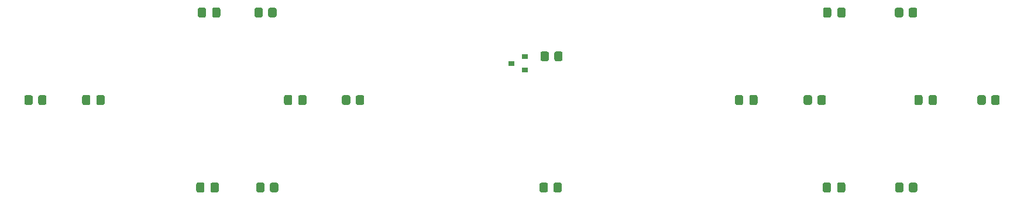
<source format=gbr>
%TF.GenerationSoftware,KiCad,Pcbnew,(5.1.8)-1*%
%TF.CreationDate,2020-11-24T01:58:45+03:00*%
%TF.ProjectId,mesp240_gamepadshield,6d657370-3234-4305-9f67-616d65706164,rev?*%
%TF.SameCoordinates,Original*%
%TF.FileFunction,Paste,Bot*%
%TF.FilePolarity,Positive*%
%FSLAX46Y46*%
G04 Gerber Fmt 4.6, Leading zero omitted, Abs format (unit mm)*
G04 Created by KiCad (PCBNEW (5.1.8)-1) date 2020-11-24 01:58:45*
%MOMM*%
%LPD*%
G01*
G04 APERTURE LIST*
%ADD10R,0.900000X0.800000*%
G04 APERTURE END LIST*
%TO.C,R10*%
G36*
G01*
X147085000Y-117290001D02*
X147085000Y-116389999D01*
G75*
G02*
X147334999Y-116140000I249999J0D01*
G01*
X148035001Y-116140000D01*
G75*
G02*
X148285000Y-116389999I0J-249999D01*
G01*
X148285000Y-117290001D01*
G75*
G02*
X148035001Y-117540000I-249999J0D01*
G01*
X147334999Y-117540000D01*
G75*
G02*
X147085000Y-117290001I0J249999D01*
G01*
G37*
G36*
G01*
X145085000Y-117290001D02*
X145085000Y-116389999D01*
G75*
G02*
X145334999Y-116140000I249999J0D01*
G01*
X146035001Y-116140000D01*
G75*
G02*
X146285000Y-116389999I0J-249999D01*
G01*
X146285000Y-117290001D01*
G75*
G02*
X146035001Y-117540000I-249999J0D01*
G01*
X145334999Y-117540000D01*
G75*
G02*
X145085000Y-117290001I0J249999D01*
G01*
G37*
%TD*%
%TO.C,R9*%
G36*
G01*
X147212000Y-98240001D02*
X147212000Y-97339999D01*
G75*
G02*
X147461999Y-97090000I249999J0D01*
G01*
X148162001Y-97090000D01*
G75*
G02*
X148412000Y-97339999I0J-249999D01*
G01*
X148412000Y-98240001D01*
G75*
G02*
X148162001Y-98490000I-249999J0D01*
G01*
X147461999Y-98490000D01*
G75*
G02*
X147212000Y-98240001I0J249999D01*
G01*
G37*
G36*
G01*
X145212000Y-98240001D02*
X145212000Y-97339999D01*
G75*
G02*
X145461999Y-97090000I249999J0D01*
G01*
X146162001Y-97090000D01*
G75*
G02*
X146412000Y-97339999I0J-249999D01*
G01*
X146412000Y-98240001D01*
G75*
G02*
X146162001Y-98490000I-249999J0D01*
G01*
X145461999Y-98490000D01*
G75*
G02*
X145212000Y-98240001I0J249999D01*
G01*
G37*
%TD*%
%TO.C,R8*%
G36*
G01*
X198536000Y-117290001D02*
X198536000Y-116389999D01*
G75*
G02*
X198785999Y-116140000I249999J0D01*
G01*
X199486001Y-116140000D01*
G75*
G02*
X199736000Y-116389999I0J-249999D01*
G01*
X199736000Y-117290001D01*
G75*
G02*
X199486001Y-117540000I-249999J0D01*
G01*
X198785999Y-117540000D01*
G75*
G02*
X198536000Y-117290001I0J249999D01*
G01*
G37*
G36*
G01*
X196536000Y-117290001D02*
X196536000Y-116389999D01*
G75*
G02*
X196785999Y-116140000I249999J0D01*
G01*
X197486001Y-116140000D01*
G75*
G02*
X197736000Y-116389999I0J-249999D01*
G01*
X197736000Y-117290001D01*
G75*
G02*
X197486001Y-117540000I-249999J0D01*
G01*
X196785999Y-117540000D01*
G75*
G02*
X196536000Y-117290001I0J249999D01*
G01*
G37*
%TD*%
%TO.C,R7*%
G36*
G01*
X185296000Y-104590001D02*
X185296000Y-103689999D01*
G75*
G02*
X185545999Y-103440000I249999J0D01*
G01*
X186246001Y-103440000D01*
G75*
G02*
X186496000Y-103689999I0J-249999D01*
G01*
X186496000Y-104590001D01*
G75*
G02*
X186246001Y-104840000I-249999J0D01*
G01*
X185545999Y-104840000D01*
G75*
G02*
X185296000Y-104590001I0J249999D01*
G01*
G37*
G36*
G01*
X183296000Y-104590001D02*
X183296000Y-103689999D01*
G75*
G02*
X183545999Y-103440000I249999J0D01*
G01*
X184246001Y-103440000D01*
G75*
G02*
X184496000Y-103689999I0J-249999D01*
G01*
X184496000Y-104590001D01*
G75*
G02*
X184246001Y-104840000I-249999J0D01*
G01*
X183545999Y-104840000D01*
G75*
G02*
X183296000Y-104590001I0J249999D01*
G01*
G37*
%TD*%
%TO.C,R6*%
G36*
G01*
X210442000Y-104590001D02*
X210442000Y-103689999D01*
G75*
G02*
X210691999Y-103440000I249999J0D01*
G01*
X211392001Y-103440000D01*
G75*
G02*
X211642000Y-103689999I0J-249999D01*
G01*
X211642000Y-104590001D01*
G75*
G02*
X211392001Y-104840000I-249999J0D01*
G01*
X210691999Y-104840000D01*
G75*
G02*
X210442000Y-104590001I0J249999D01*
G01*
G37*
G36*
G01*
X208442000Y-104590001D02*
X208442000Y-103689999D01*
G75*
G02*
X208691999Y-103440000I249999J0D01*
G01*
X209392001Y-103440000D01*
G75*
G02*
X209642000Y-103689999I0J-249999D01*
G01*
X209642000Y-104590001D01*
G75*
G02*
X209392001Y-104840000I-249999J0D01*
G01*
X208691999Y-104840000D01*
G75*
G02*
X208442000Y-104590001I0J249999D01*
G01*
G37*
%TD*%
%TO.C,R5*%
G36*
G01*
X198504000Y-91890001D02*
X198504000Y-90989999D01*
G75*
G02*
X198753999Y-90740000I249999J0D01*
G01*
X199454001Y-90740000D01*
G75*
G02*
X199704000Y-90989999I0J-249999D01*
G01*
X199704000Y-91890001D01*
G75*
G02*
X199454001Y-92140000I-249999J0D01*
G01*
X198753999Y-92140000D01*
G75*
G02*
X198504000Y-91890001I0J249999D01*
G01*
G37*
G36*
G01*
X196504000Y-91890001D02*
X196504000Y-90989999D01*
G75*
G02*
X196753999Y-90740000I249999J0D01*
G01*
X197454001Y-90740000D01*
G75*
G02*
X197704000Y-90989999I0J-249999D01*
G01*
X197704000Y-91890001D01*
G75*
G02*
X197454001Y-92140000I-249999J0D01*
G01*
X196753999Y-92140000D01*
G75*
G02*
X196504000Y-91890001I0J249999D01*
G01*
G37*
%TD*%
%TO.C,R4*%
G36*
G01*
X105826000Y-91890001D02*
X105826000Y-90989999D01*
G75*
G02*
X106075999Y-90740000I249999J0D01*
G01*
X106776001Y-90740000D01*
G75*
G02*
X107026000Y-90989999I0J-249999D01*
G01*
X107026000Y-91890001D01*
G75*
G02*
X106776001Y-92140000I-249999J0D01*
G01*
X106075999Y-92140000D01*
G75*
G02*
X105826000Y-91890001I0J249999D01*
G01*
G37*
G36*
G01*
X103826000Y-91890001D02*
X103826000Y-90989999D01*
G75*
G02*
X104075999Y-90740000I249999J0D01*
G01*
X104776001Y-90740000D01*
G75*
G02*
X105026000Y-90989999I0J-249999D01*
G01*
X105026000Y-91890001D01*
G75*
G02*
X104776001Y-92140000I-249999J0D01*
G01*
X104075999Y-92140000D01*
G75*
G02*
X103826000Y-91890001I0J249999D01*
G01*
G37*
%TD*%
%TO.C,R3*%
G36*
G01*
X71736000Y-103689999D02*
X71736000Y-104590001D01*
G75*
G02*
X71486001Y-104840000I-249999J0D01*
G01*
X70785999Y-104840000D01*
G75*
G02*
X70536000Y-104590001I0J249999D01*
G01*
X70536000Y-103689999D01*
G75*
G02*
X70785999Y-103440000I249999J0D01*
G01*
X71486001Y-103440000D01*
G75*
G02*
X71736000Y-103689999I0J-249999D01*
G01*
G37*
G36*
G01*
X73736000Y-103689999D02*
X73736000Y-104590001D01*
G75*
G02*
X73486001Y-104840000I-249999J0D01*
G01*
X72785999Y-104840000D01*
G75*
G02*
X72536000Y-104590001I0J249999D01*
G01*
X72536000Y-103689999D01*
G75*
G02*
X72785999Y-103440000I249999J0D01*
G01*
X73486001Y-103440000D01*
G75*
G02*
X73736000Y-103689999I0J-249999D01*
G01*
G37*
%TD*%
%TO.C,R2*%
G36*
G01*
X106080000Y-117290001D02*
X106080000Y-116389999D01*
G75*
G02*
X106329999Y-116140000I249999J0D01*
G01*
X107030001Y-116140000D01*
G75*
G02*
X107280000Y-116389999I0J-249999D01*
G01*
X107280000Y-117290001D01*
G75*
G02*
X107030001Y-117540000I-249999J0D01*
G01*
X106329999Y-117540000D01*
G75*
G02*
X106080000Y-117290001I0J249999D01*
G01*
G37*
G36*
G01*
X104080000Y-117290001D02*
X104080000Y-116389999D01*
G75*
G02*
X104329999Y-116140000I249999J0D01*
G01*
X105030001Y-116140000D01*
G75*
G02*
X105280000Y-116389999I0J-249999D01*
G01*
X105280000Y-117290001D01*
G75*
G02*
X105030001Y-117540000I-249999J0D01*
G01*
X104329999Y-117540000D01*
G75*
G02*
X104080000Y-117290001I0J249999D01*
G01*
G37*
%TD*%
%TO.C,R1*%
G36*
G01*
X118494000Y-104590001D02*
X118494000Y-103689999D01*
G75*
G02*
X118743999Y-103440000I249999J0D01*
G01*
X119444001Y-103440000D01*
G75*
G02*
X119694000Y-103689999I0J-249999D01*
G01*
X119694000Y-104590001D01*
G75*
G02*
X119444001Y-104840000I-249999J0D01*
G01*
X118743999Y-104840000D01*
G75*
G02*
X118494000Y-104590001I0J249999D01*
G01*
G37*
G36*
G01*
X116494000Y-104590001D02*
X116494000Y-103689999D01*
G75*
G02*
X116743999Y-103440000I249999J0D01*
G01*
X117444001Y-103440000D01*
G75*
G02*
X117694000Y-103689999I0J-249999D01*
G01*
X117694000Y-104590001D01*
G75*
G02*
X117444001Y-104840000I-249999J0D01*
G01*
X116743999Y-104840000D01*
G75*
G02*
X116494000Y-104590001I0J249999D01*
G01*
G37*
%TD*%
D10*
%TO.C,Q1*%
X140986000Y-98806000D03*
X142986000Y-99756000D03*
X142986000Y-97856000D03*
%TD*%
%TO.C,C8*%
G36*
G01*
X187234500Y-116365000D02*
X187234500Y-117315000D01*
G75*
G02*
X186984500Y-117565000I-250000J0D01*
G01*
X186309500Y-117565000D01*
G75*
G02*
X186059500Y-117315000I0J250000D01*
G01*
X186059500Y-116365000D01*
G75*
G02*
X186309500Y-116115000I250000J0D01*
G01*
X186984500Y-116115000D01*
G75*
G02*
X187234500Y-116365000I0J-250000D01*
G01*
G37*
G36*
G01*
X189309500Y-116365000D02*
X189309500Y-117315000D01*
G75*
G02*
X189059500Y-117565000I-250000J0D01*
G01*
X188384500Y-117565000D01*
G75*
G02*
X188134500Y-117315000I0J250000D01*
G01*
X188134500Y-116365000D01*
G75*
G02*
X188384500Y-116115000I250000J0D01*
G01*
X189059500Y-116115000D01*
G75*
G02*
X189309500Y-116365000I0J-250000D01*
G01*
G37*
%TD*%
%TO.C,C7*%
G36*
G01*
X187277500Y-90965000D02*
X187277500Y-91915000D01*
G75*
G02*
X187027500Y-92165000I-250000J0D01*
G01*
X186352500Y-92165000D01*
G75*
G02*
X186102500Y-91915000I0J250000D01*
G01*
X186102500Y-90965000D01*
G75*
G02*
X186352500Y-90715000I250000J0D01*
G01*
X187027500Y-90715000D01*
G75*
G02*
X187277500Y-90965000I0J-250000D01*
G01*
G37*
G36*
G01*
X189352500Y-90965000D02*
X189352500Y-91915000D01*
G75*
G02*
X189102500Y-92165000I-250000J0D01*
G01*
X188427500Y-92165000D01*
G75*
G02*
X188177500Y-91915000I0J250000D01*
G01*
X188177500Y-90965000D01*
G75*
G02*
X188427500Y-90715000I250000J0D01*
G01*
X189102500Y-90715000D01*
G75*
G02*
X189352500Y-90965000I0J-250000D01*
G01*
G37*
%TD*%
%TO.C,C6*%
G36*
G01*
X174534500Y-103665000D02*
X174534500Y-104615000D01*
G75*
G02*
X174284500Y-104865000I-250000J0D01*
G01*
X173609500Y-104865000D01*
G75*
G02*
X173359500Y-104615000I0J250000D01*
G01*
X173359500Y-103665000D01*
G75*
G02*
X173609500Y-103415000I250000J0D01*
G01*
X174284500Y-103415000D01*
G75*
G02*
X174534500Y-103665000I0J-250000D01*
G01*
G37*
G36*
G01*
X176609500Y-103665000D02*
X176609500Y-104615000D01*
G75*
G02*
X176359500Y-104865000I-250000J0D01*
G01*
X175684500Y-104865000D01*
G75*
G02*
X175434500Y-104615000I0J250000D01*
G01*
X175434500Y-103665000D01*
G75*
G02*
X175684500Y-103415000I250000J0D01*
G01*
X176359500Y-103415000D01*
G75*
G02*
X176609500Y-103665000I0J-250000D01*
G01*
G37*
%TD*%
%TO.C,C5*%
G36*
G01*
X200485500Y-103665000D02*
X200485500Y-104615000D01*
G75*
G02*
X200235500Y-104865000I-250000J0D01*
G01*
X199560500Y-104865000D01*
G75*
G02*
X199310500Y-104615000I0J250000D01*
G01*
X199310500Y-103665000D01*
G75*
G02*
X199560500Y-103415000I250000J0D01*
G01*
X200235500Y-103415000D01*
G75*
G02*
X200485500Y-103665000I0J-250000D01*
G01*
G37*
G36*
G01*
X202560500Y-103665000D02*
X202560500Y-104615000D01*
G75*
G02*
X202310500Y-104865000I-250000J0D01*
G01*
X201635500Y-104865000D01*
G75*
G02*
X201385500Y-104615000I0J250000D01*
G01*
X201385500Y-103665000D01*
G75*
G02*
X201635500Y-103415000I250000J0D01*
G01*
X202310500Y-103415000D01*
G75*
G02*
X202560500Y-103665000I0J-250000D01*
G01*
G37*
%TD*%
%TO.C,C4*%
G36*
G01*
X96810500Y-90965000D02*
X96810500Y-91915000D01*
G75*
G02*
X96560500Y-92165000I-250000J0D01*
G01*
X95885500Y-92165000D01*
G75*
G02*
X95635500Y-91915000I0J250000D01*
G01*
X95635500Y-90965000D01*
G75*
G02*
X95885500Y-90715000I250000J0D01*
G01*
X96560500Y-90715000D01*
G75*
G02*
X96810500Y-90965000I0J-250000D01*
G01*
G37*
G36*
G01*
X98885500Y-90965000D02*
X98885500Y-91915000D01*
G75*
G02*
X98635500Y-92165000I-250000J0D01*
G01*
X97960500Y-92165000D01*
G75*
G02*
X97710500Y-91915000I0J250000D01*
G01*
X97710500Y-90965000D01*
G75*
G02*
X97960500Y-90715000I250000J0D01*
G01*
X98635500Y-90715000D01*
G75*
G02*
X98885500Y-90965000I0J-250000D01*
G01*
G37*
%TD*%
%TO.C,C3*%
G36*
G01*
X109278000Y-103665000D02*
X109278000Y-104615000D01*
G75*
G02*
X109028000Y-104865000I-250000J0D01*
G01*
X108353000Y-104865000D01*
G75*
G02*
X108103000Y-104615000I0J250000D01*
G01*
X108103000Y-103665000D01*
G75*
G02*
X108353000Y-103415000I250000J0D01*
G01*
X109028000Y-103415000D01*
G75*
G02*
X109278000Y-103665000I0J-250000D01*
G01*
G37*
G36*
G01*
X111353000Y-103665000D02*
X111353000Y-104615000D01*
G75*
G02*
X111103000Y-104865000I-250000J0D01*
G01*
X110428000Y-104865000D01*
G75*
G02*
X110178000Y-104615000I0J250000D01*
G01*
X110178000Y-103665000D01*
G75*
G02*
X110428000Y-103415000I250000J0D01*
G01*
X111103000Y-103415000D01*
G75*
G02*
X111353000Y-103665000I0J-250000D01*
G01*
G37*
%TD*%
%TO.C,C2*%
G36*
G01*
X80968000Y-104615000D02*
X80968000Y-103665000D01*
G75*
G02*
X81218000Y-103415000I250000J0D01*
G01*
X81893000Y-103415000D01*
G75*
G02*
X82143000Y-103665000I0J-250000D01*
G01*
X82143000Y-104615000D01*
G75*
G02*
X81893000Y-104865000I-250000J0D01*
G01*
X81218000Y-104865000D01*
G75*
G02*
X80968000Y-104615000I0J250000D01*
G01*
G37*
G36*
G01*
X78893000Y-104615000D02*
X78893000Y-103665000D01*
G75*
G02*
X79143000Y-103415000I250000J0D01*
G01*
X79818000Y-103415000D01*
G75*
G02*
X80068000Y-103665000I0J-250000D01*
G01*
X80068000Y-104615000D01*
G75*
G02*
X79818000Y-104865000I-250000J0D01*
G01*
X79143000Y-104865000D01*
G75*
G02*
X78893000Y-104615000I0J250000D01*
G01*
G37*
%TD*%
%TO.C,C1*%
G36*
G01*
X96578000Y-116365000D02*
X96578000Y-117315000D01*
G75*
G02*
X96328000Y-117565000I-250000J0D01*
G01*
X95653000Y-117565000D01*
G75*
G02*
X95403000Y-117315000I0J250000D01*
G01*
X95403000Y-116365000D01*
G75*
G02*
X95653000Y-116115000I250000J0D01*
G01*
X96328000Y-116115000D01*
G75*
G02*
X96578000Y-116365000I0J-250000D01*
G01*
G37*
G36*
G01*
X98653000Y-116365000D02*
X98653000Y-117315000D01*
G75*
G02*
X98403000Y-117565000I-250000J0D01*
G01*
X97728000Y-117565000D01*
G75*
G02*
X97478000Y-117315000I0J250000D01*
G01*
X97478000Y-116365000D01*
G75*
G02*
X97728000Y-116115000I250000J0D01*
G01*
X98403000Y-116115000D01*
G75*
G02*
X98653000Y-116365000I0J-250000D01*
G01*
G37*
%TD*%
M02*

</source>
